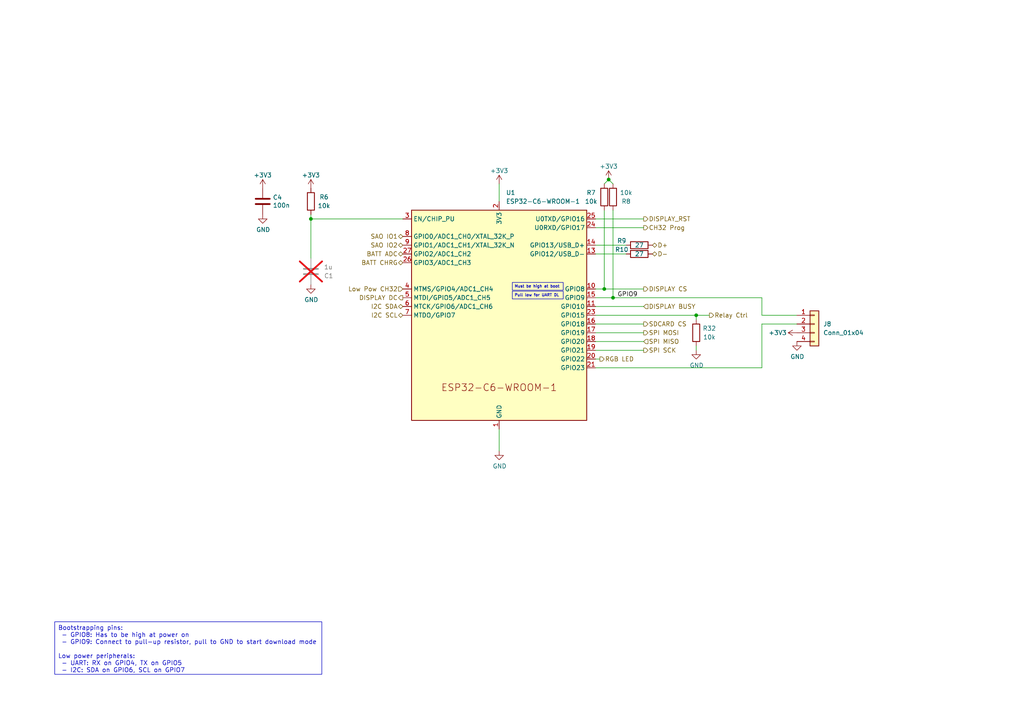
<source format=kicad_sch>
(kicad_sch (version 20231120) (generator "eeschema") (generator_version "7.99")
  (paper "A4")
  (title_block (title "HackerHotel 2024 badge") (date "2023-08-30") (rev "1") (company "Nicolai Electronics & tilde.industries") (comment 1 "License: CERN Open Hardware Licence Version 2 - Permissive"))
  (lib_symbols
    (symbol "Connector_Generic:Conn_01x04" (pin_names (offset 1.016) hide)
      (property "Reference" "J" (at 0 5.08 0))
      (property "Value" "Conn_01x04" (at 0 -7.62 0))
      (symbol "Conn_01x04_1_1"
        (rectangle (start -1.27 -4.953) (end 0 -5.207) (stroke (width 0.1524)))
        (rectangle (start -1.27 -2.413) (end 0 -2.667) (stroke (width 0.1524)))
        (rectangle (start -1.27 0.127) (end 0 -0.127) (stroke (width 0.1524)))
        (rectangle (start -1.27 2.667) (end 0 2.413) (stroke (width 0.1524)))
        (rectangle (start -1.27 3.81) (end 1.27 -6.35) (stroke (width 0.254)) (fill (type background)))
        (pin passive line (at -5.08 2.54 0) (length 3.81) (name "Pin_1") (number "1"))
        (pin passive line (at -5.08 0 0) (length 3.81) (name "Pin_2") (number "2"))
        (pin passive line (at -5.08 -2.54 0) (length 3.81) (name "Pin_3") (number "3"))
        (pin passive line (at -5.08 -5.08 0) (length 3.81) (name "Pin_4") (number "4"))
      )
    )
    (symbol "symbols2:+3.3V" (power) (pin_names (offset 0))
      (property "Value" "+3.3V" (at 0 3.556 0))
      (symbol "+3.3V_0_1"
        (polyline (pts (xy -0.762 1.27) (xy 0 2.54)))
        (polyline (pts (xy 0 0) (xy 0 2.54)))
        (polyline (pts (xy 0 2.54) (xy 0.762 1.27)))
      )
      (symbol "+3.3V_1_1"
        (pin power_in line (at 0 0 90) (length 0) hide (name "+3.3V") (number "1"))
      )
    )
    (symbol "symbols2:GND" (power) (pin_names (offset 0))
      (property "Value" "GND" (at 0 -3.81 0))
      (symbol "GND_0_1"
        (polyline (pts (xy 0 0) (xy 0 -1.27) (xy 1.27 -1.27) (xy 0 -2.54) (xy -1.27 -1.27) (xy 0 -1.27)))
      )
      (symbol "GND_1_1"
        (pin power_in line (at 0 0 270) (length 0) hide (name "GND") (number "1"))
      )
    )
    (symbol "symbols:C" (pin_numbers hide) (pin_names (offset 0.254))
      (property "Reference" "C" (at 0.635 2.54 0))
      (property "Value" "C" (at 0.635 -2.54 0))
      (symbol "C_0_1"
        (polyline (pts (xy -2.032 -0.762) (xy 2.032 -0.762)) (stroke (width 0.508)))
        (polyline (pts (xy -2.032 0.762) (xy 2.032 0.762)) (stroke (width 0.508)))
      )
      (symbol "C_1_1"
        (pin passive line (at 0 3.81 270) (length 2.794) (name "~") (number "1"))
        (pin passive line (at 0 -3.81 90) (length 2.794) (name "~") (number "2"))
      )
    )
    (symbol "symbols:ESP32-C6-WROOM-1"
      (property "Reference" "U" (at -25.4 35.56 0))
      (property "Value" "ESP32-C6-WROOM-1" (at -25.4 33.02 0))
      (symbol "ESP32-C6-WROOM-1_0_0"
        (text "ESP32-C6-WROOM-1" (at 0 -20.955 0) (effects (font (size 2 2))))
      )
      (symbol "ESP32-C6-WROOM-1_0_1"
        (rectangle (start -25.4 30.48) (end 25.4 -30.48) (stroke (width 0.254)) (fill (type background)))
      )
      (symbol "ESP32-C6-WROOM-1_1_1"
        (pin power_in line (at 0 -33.02 90) (length 2.54) (name "GND") (number "1"))
        (pin bidirectional line (at 27.94 7.62 180) (length 2.54) (name "GPIO8") (number "10"))
        (pin bidirectional line (at 27.94 2.54 180) (length 2.54) (name "GPIO10") (number "11"))
        (pin bidirectional line (at 0 -33.02 90) (length 2.54) hide (name "GPIO11") (number "12"))
        (pin bidirectional line (at 27.94 17.78 180) (length 2.54) (name "GPIO12/USB_D-") (number "13"))
        (pin bidirectional line (at 27.94 20.32 180) (length 2.54) (name "GPIO13/USB_D+") (number "14"))
        (pin bidirectional line (at 27.94 5.08 180) (length 2.54) (name "GPIO9") (number "15"))
        (pin bidirectional line (at 27.94 -2.54 180) (length 2.54) (name "GPIO18") (number "16"))
        (pin bidirectional line (at 27.94 -5.08 180) (length 2.54) (name "GPIO19") (number "17"))
        (pin bidirectional line (at 27.94 -7.62 180) (length 2.54) (name "GPIO20") (number "18"))
        (pin bidirectional line (at 27.94 -10.16 180) (length 2.54) (name "GPIO21") (number "19"))
        (pin power_in line (at 0 33.02 270) (length 2.54) (name "3V3") (number "2"))
        (pin bidirectional line (at 27.94 -12.7 180) (length 2.54) (name "GPIO22") (number "20"))
        (pin bidirectional line (at 27.94 -15.24 180) (length 2.54) (name "GPIO23") (number "21"))
        (pin no_connect line (at -25.4 -12.7 0) (length 2.54) hide (name "NC") (number "22"))
        (pin bidirectional line (at 27.94 0 180) (length 2.54) (name "GPIO15") (number "23"))
        (pin bidirectional line (at 27.94 25.4 180) (length 2.54) (name "U0RXD/GPIO17") (number "24"))
        (pin bidirectional line (at 27.94 27.94 180) (length 2.54) (name "U0TXD/GPIO16") (number "25"))
        (pin bidirectional line (at -27.94 15.24 0) (length 2.54) (name "GPIO3/ADC1_CH3") (number "26"))
        (pin bidirectional line (at -27.94 17.78 0) (length 2.54) (name "GPIO2/ADC1_CH2") (number "27"))
        (pin passive line (at 0 -33.02 90) (length 2.54) hide (name "GND") (number "28"))
        (pin passive line (at 0 -33.02 90) (length 2.54) hide (name "GND") (number "29"))
        (pin input line (at -27.94 27.94 0) (length 2.54) (name "EN/CHIP_PU") (number "3"))
        (pin bidirectional line (at -27.94 7.62 0) (length 2.54) (name "MTMS/GPIO4/ADC1_CH4") (number "4"))
        (pin bidirectional line (at -27.94 5.08 0) (length 2.54) (name "MTDI/GPIO5/ADC1_CH5") (number "5"))
        (pin bidirectional line (at -27.94 2.54 0) (length 2.54) (name "MTCK/GPIO6/ADC1_CH6") (number "6"))
        (pin bidirectional line (at -27.94 0 0) (length 2.54) (name "MTDO/GPIO7") (number "7"))
        (pin bidirectional line (at -27.94 22.86 0) (length 2.54) (name "GPIO0/ADC1_CH0/XTAL_32K_P") (number "8"))
        (pin bidirectional line (at -27.94 20.32 0) (length 2.54) (name "GPIO1/ADC1_CH1/XTAL_32K_N") (number "9"))
      )
    )
    (symbol "symbols:R" (pin_numbers hide) (pin_names (offset 0))
      (property "Reference" "R" (at 2.032 0 90))
      (property "Value" "R" (at 0 0 90))
      (symbol "R_0_1"
        (rectangle (start -1.016 -2.54) (end 1.016 2.54) (stroke (width 0.254)))
      )
      (symbol "R_1_1"
        (pin passive line (at 0 3.81 270) (length 1.27) (name "~") (number "1"))
        (pin passive line (at 0 -3.81 90) (length 1.27) (name "~") (number "2"))
      )
    )
  )
  (junction (at 201.93 91.44))
  (junction (at 177.8 86.36))
  (junction (at 90.17 63.5))
  (junction (at 175.26 83.82))
  (junction (at 176.53 52.07))
  (wire (pts (xy 220.98 93.98) (xy 231.14 93.98)))
  (wire (pts (xy 173.99 104.14) (xy 172.72 104.14)))
  (wire (pts (xy 172.72 66.04) (xy 186.69 66.04)))
  (wire (pts (xy 201.93 91.44) (xy 205.74 91.44)))
  (wire (pts (xy 220.98 93.98) (xy 220.98 106.68)))
  (wire (pts (xy 172.72 86.36) (xy 177.8 86.36)))
  (wire (pts (xy 90.17 63.5) (xy 116.84 63.5)))
  (wire (pts (xy 172.72 83.82) (xy 175.26 83.82)))
  (wire (pts (xy 177.8 86.36) (xy 220.98 86.36)))
  (wire (pts (xy 172.72 88.9) (xy 186.69 88.9)))
  (wire (pts (xy 90.17 63.5) (xy 90.17 74.93)))
  (wire (pts (xy 201.93 101.6) (xy 201.93 100.33)))
  (wire (pts (xy 172.72 106.68) (xy 220.98 106.68)))
  (wire (pts (xy 201.93 92.71) (xy 201.93 91.44)))
  (wire (pts (xy 177.8 60.96) (xy 177.8 86.36)))
  (wire (pts (xy 172.72 71.12) (xy 181.61 71.12)))
  (wire (pts (xy 172.72 63.5) (xy 186.69 63.5)))
  (wire (pts (xy 172.72 96.52) (xy 186.69 96.52)))
  (wire (pts (xy 172.72 99.06) (xy 186.69 99.06)))
  (wire (pts (xy 175.26 83.82) (xy 186.69 83.82)))
  (wire (pts (xy 177.8 53.34) (xy 176.53 52.07)))
  (wire (pts (xy 144.78 53.34) (xy 144.78 58.42)))
  (wire (pts (xy 172.72 91.44) (xy 201.93 91.44)))
  (wire (pts (xy 176.53 52.07) (xy 175.26 53.34)))
  (wire (pts (xy 90.17 62.23) (xy 90.17 63.5)))
  (wire (pts (xy 172.72 101.6) (xy 186.69 101.6)))
  (wire (pts (xy 172.72 73.66) (xy 181.61 73.66)))
  (wire (pts (xy 172.72 93.98) (xy 186.69 93.98)))
  (wire (pts (xy 220.98 91.44) (xy 231.14 91.44)))
  (wire (pts (xy 220.98 91.44) (xy 220.98 86.36)))
  (wire (pts (xy 144.78 124.46) (xy 144.78 130.81)))
  (wire (pts (xy 175.26 60.96) (xy 175.26 83.82)))
  (text_box "Must be high at boot" (at 148.59 81.915 0) (size 14.7667 2.25) (effects (font (size 0.8 0.8)) (justify left top)))
  (text_box "Pull low for UART DL" (at 148.59 84.455 0) (size 14.7667 2.25) (effects (font (size 0.8 0.8)) (justify left top)))
  (text_box "Bootstrapping pins:\n - GPIO8: Has to be high at power on\n - GPIO9: Connect to pull-up resistor, pull to GND to start download mode\n\nLow power peripherals:\n - UART: RX on GPIO4, TX on GPIO5\n - I2C: SDA on GPIO6, SCL on GPIO7" (at 15.875 180.34 0) (size 77.47 15.24) (effects (font (size 1.27 1.27)) (justify left top)))
  (label "GPIO9" (at 179.07 86.36 0))
  (hierarchical_label "SAO IO2" (shape bidirectional) (at 116.84 71.12 180))
  (hierarchical_label "SPI MISO" (shape input) (at 186.69 99.06 0))
  (hierarchical_label "SPI MOSI" (shape output) (at 186.69 96.52 0))
  (hierarchical_label "SDCARD CS" (shape output) (at 186.69 93.98 0))
  (hierarchical_label "DISPLAY_RST" (shape output) (at 186.69 63.5 0))
  (hierarchical_label "SAO IO1" (shape bidirectional) (at 116.84 68.58 180))
  (hierarchical_label "I2C SCL" (shape bidirectional) (at 116.84 91.44 180))
  (hierarchical_label "D-" (shape bidirectional) (at 189.23 73.66 0))
  (hierarchical_label "BATT CHRG" (shape bidirectional) (at 116.84 76.2 180))
  (hierarchical_label "Low Pow CH32" (shape input) (at 116.84 83.82 180))
  (hierarchical_label "DISPLAY CS" (shape output) (at 186.69 83.82 0))
  (hierarchical_label "BATT ADC" (shape bidirectional) (at 116.84 73.66 180))
  (hierarchical_label "CH32 Prog" (shape output) (at 186.69 66.04 0))
  (hierarchical_label "RGB LED" (shape output) (at 173.99 104.14 0))
  (hierarchical_label "SPI SCK" (shape output) (at 186.69 101.6 0))
  (hierarchical_label "DISPLAY BUSY" (shape input) (at 186.69 88.9 0))
  (hierarchical_label "I2C SDA" (shape bidirectional) (at 116.84 88.9 180))
  (hierarchical_label "DISPLAY DC" (shape output) (at 116.84 86.36 180))
  (hierarchical_label "D+" (shape bidirectional) (at 189.23 71.12 0))
  (hierarchical_label "Relay Ctrl" (shape output) (at 205.74 91.44 0))
  (symbol (lib_id "symbols2:GND") (at 231.14 99.06 0) (unit 1)
    (property "Reference" "#PWR023" (effects (hide yes)))
    (property "Value" "GND" (at 231.267 103.4542 0))
    (property "Description" "Power symbol creates a global label with name \"GND\" , ground" (effects (hide yes)))
  )
  (symbol (lib_id "symbols:R") (at 177.8 57.15 0) (mirror y) (unit 1)
    (property "Reference" "R8" (at 181.61 58.42 0))
    (property "Value" "10k" (at 181.61 55.88 0))
    (property "Footprint" "Resistor_SMD:R_0805_2012Metric" (effects (hide yes)))
    (property "Datasheet" "https://datasheet.lcsc.com/lcsc/2208231730_VO-SCR0805J10K_C5140188.pdf" (effects (hide yes)))
    (property "LCSC" "C5140188" (effects (hide yes)))
    (property "Link" "https://www.lcsc.com/product-detail/Chip-span-style-background-color-ff0-Resistor-span-Surface-Mount_VO-SCR0805J10K_C5140188.html" (effects (hide yes)))
  )
  (symbol (lib_id "symbols:R") (at 90.17 58.42 180) (unit 1)
    (property "Reference" "R6" (at 93.98 57.15 0))
    (property "Value" "10k" (at 93.98 59.69 0))
    (property "Footprint" "Resistor_SMD:R_0805_2012Metric" (effects (hide yes)))
    (property "Datasheet" "https://datasheet.lcsc.com/lcsc/2208231730_VO-SCR0805J10K_C5140188.pdf" (effects (hide yes)))
    (property "LCSC" "C5140188" (effects (hide yes)))
    (property "Link" "https://www.lcsc.com/product-detail/Chip-span-style-background-color-ff0-Resistor-span-Surface-Mount_VO-SCR0805J10K_C5140188.html" (effects (hide yes)))
  )
  (symbol (lib_id "symbols:C") (at 76.2 58.42 0) (unit 1)
    (property "Reference" "C4" (at 79.121 57.2516 0) (effects (justify left)))
    (property "Value" "100n" (at 79.121 59.563 0) (effects (justify left)))
    (property "Footprint" "Capacitor_SMD:C_0805_2012Metric" (effects (hide yes)))
    (property "Datasheet" "https://datasheet.lcsc.com/lcsc/1912300933_TORCH-C0805B104K500NT_C476766.pdf" (effects (hide yes)))
    (property "LCSC" "C476766" (effects (hide yes)))
    (property "Link" "https://www.lcsc.com/product-detail/Multilayer-Ceramic-Capacitors-MLCC-SMD-SMT_TORCH-C0805B104K500NT_C476766.html" (effects (hide yes)))
  )
  (symbol (lib_id "symbols2:+3.3V") (at 90.17 54.61 0) (unit 1)
    (property "Reference" "#PWR021" (effects (hide yes)))
    (property "Value" "+3V3" (at 90.17 50.8 0))
    (property "Description" "Power symbol creates a global label with name \"+3.3V\"" (effects (hide yes)))
  )
  (symbol (lib_id "symbols2:GND") (at 201.93 101.6 0) (unit 1)
    (property "Reference" "#PWR05" (effects (hide yes)))
    (property "Value" "GND" (at 202.057 105.9942 0))
    (property "Description" "Power symbol creates a global label with name \"GND\" , ground" (effects (hide yes)))
  )
  (symbol (lib_id "symbols2:+3.3V") (at 231.14 96.52 90) (unit 1)
    (property "Reference" "#PWR024" (effects (hide yes)))
    (property "Value" "+3V3" (at 225.552 96.52 90))
    (property "Description" "Power symbol creates a global label with name \"+3.3V\"" (effects (hide yes)))
  )
  (symbol (lib_id "symbols2:GND") (at 144.78 130.81 0) (unit 1)
    (property "Reference" "#PWR028" (effects (hide yes)))
    (property "Value" "GND" (at 144.907 135.2042 0))
    (property "Description" "Power symbol creates a global label with name \"GND\" , ground" (effects (hide yes)))
  )
  (symbol (lib_id "symbols:R") (at 201.93 96.52 180) (unit 1)
    (property "Reference" "R32" (at 205.74 95.25 0))
    (property "Value" "10k" (at 205.74 97.79 0))
    (property "Footprint" "Resistor_SMD:R_0805_2012Metric" (effects (hide yes)))
    (property "Datasheet" "https://datasheet.lcsc.com/lcsc/2208231730_VO-SCR0805J10K_C5140188.pdf" (effects (hide yes)))
    (property "LCSC" "C5140188" (effects (hide yes)))
    (property "Link" "https://www.lcsc.com/product-detail/Chip-span-style-background-color-ff0-Resistor-span-Surface-Mount_VO-SCR0805J10K_C5140188.html" (effects (hide yes)))
  )
  (symbol (lib_id "Connector_Generic:Conn_01x04") (at 236.22 93.98 0) (unit 1)
    (property "Reference" "J8" (at 238.76 93.9799 0) (effects (justify left)))
    (property "Value" "Conn_01x04" (at 238.76 96.5199 0) (effects (justify left)))
    (property "Footprint" "Connector_PinHeader_2.54mm:PinHeader_1x04_P2.54mm_Vertical" (effects (hide yes)))
    (property "Description" "Generic connector, single row, 01x04, script generated (kicad-library-utils/schlib/autogen/connector/)" (effects (hide yes)))
  )
  (symbol (lib_id "symbols2:+3.3V") (at 176.53 52.07 0) (unit 1)
    (property "Reference" "#PWR029" (effects (hide yes)))
    (property "Value" "+3V3" (at 176.53 48.26 0))
    (property "Description" "Power symbol creates a global label with name \"+3.3V\"" (effects (hide yes)))
  )
  (symbol (lib_id "symbols:C") (at 90.17 78.74 0) (mirror y) (unit 1) (dnp yes)
    (property "Reference" "C1" (at 93.98 80.01 0) (effects (justify right)))
    (property "Value" "1u" (at 96.52 77.47 0) (effects (justify left)))
    (property "Footprint" "Capacitor_SMD:C_0805_2012Metric" (effects (hide yes)))
    (property "Datasheet" "https://datasheet.lcsc.com/lcsc/2304140030_CCTC-TCC0805X7R105M500FT_C376929.pdf" (effects (hide yes)))
    (property "LCSC" "C376929" (effects (hide yes)))
    (property "Link" "https://www.lcsc.com/product-detail/Multilayer-Ceramic-Capacitors-MLCC-SMD-SMT_CCTC-TCC0805X7R105M500FT_C376929.html" (effects (hide yes)))
  )
  (symbol (lib_id "symbols2:+3.3V") (at 144.78 53.34 0) (unit 1)
    (property "Reference" "#PWR027" (effects (hide yes)))
    (property "Value" "+3V3" (at 144.78 49.53 0))
    (property "Description" "Power symbol creates a global label with name \"+3.3V\"" (effects (hide yes)))
  )
  (symbol (lib_id "symbols:R") (at 175.26 57.15 0) (mirror x) (unit 1)
    (property "Reference" "R7" (at 171.45 55.88 0))
    (property "Value" "10k" (at 171.45 58.42 0))
    (property "Footprint" "Resistor_SMD:R_0805_2012Metric" (effects (hide yes)))
    (property "Datasheet" "https://datasheet.lcsc.com/lcsc/2208231730_VO-SCR0805J10K_C5140188.pdf" (effects (hide yes)))
    (property "LCSC" "C5140188" (effects (hide yes)))
    (property "Link" "https://www.lcsc.com/product-detail/Chip-span-style-background-color-ff0-Resistor-span-Surface-Mount_VO-SCR0805J10K_C5140188.html" (effects (hide yes)))
  )
  (symbol (lib_id "symbols2:GND") (at 90.17 82.55 0) (unit 1)
    (property "Reference" "#PWR022" (effects (hide yes)))
    (property "Value" "GND" (at 90.297 86.9442 0))
    (property "Description" "Power symbol creates a global label with name \"GND\" , ground" (effects (hide yes)))
  )
  (symbol (lib_id "symbols2:GND") (at 76.2 62.23 0) (unit 1)
    (property "Reference" "#PWR026" (effects (hide yes)))
    (property "Value" "GND" (at 76.327 66.6242 0))
    (property "Description" "Power symbol creates a global label with name \"GND\" , ground" (effects (hide yes)))
  )
  (symbol (lib_id "symbols2:+3.3V") (at 76.2 54.61 0) (unit 1)
    (property "Reference" "#PWR025" (effects (hide yes)))
    (property "Value" "+3V3" (at 76.2 50.8 0))
    (property "Description" "Power symbol creates a global label with name \"+3.3V\"" (effects (hide yes)))
  )
  (symbol (lib_id "symbols:R") (at 185.42 73.66 270) (mirror x) (unit 1)
    (property "Reference" "R10" (at 180.34 72.39 90))
    (property "Value" "27" (at 185.42 73.66 90))
    (property "Footprint" "Resistor_SMD:R_0805_2012Metric" (effects (hide yes)))
    (property "Datasheet" "https://datasheet.lcsc.com/lcsc/2308241947_FOJAN-FRC0805J270-TS_C2907314.pdf" (effects (hide yes)))
    (property "LCSC" "C2907314" (effects (hide yes)))
    (property "Link" "https://www.lcsc.com/product-detail/Chip-span-style-background-color-ff0-Resistor-span-Surface-Mount_FOJAN-FRC0805J270-TS_C2907314.html" (effects (hide yes)))
  )
  (symbol (lib_id "symbols:R") (at 185.42 71.12 270) (unit 1)
    (property "Reference" "R9" (at 180.34 69.85 90))
    (property "Value" "27" (at 185.42 71.12 90))
    (property "Footprint" "Resistor_SMD:R_0805_2012Metric" (effects (hide yes)))
    (property "Datasheet" "https://datasheet.lcsc.com/lcsc/2308241947_FOJAN-FRC0805J270-TS_C2907314.pdf" (effects (hide yes)))
    (property "LCSC" "C2907314" (effects (hide yes)))
    (property "Link" "https://www.lcsc.com/product-detail/Chip-span-style-background-color-ff0-Resistor-span-Surface-Mount_FOJAN-FRC0805J270-TS_C2907314.html" (effects (hide yes)))
  )
  (symbol (lib_id "symbols:ESP32-C6-WROOM-1") (at 144.78 91.44 0) (unit 1)
    (property "Reference" "U1" (at 146.7359 55.88 0) (effects (justify left)))
    (property "Value" "ESP32-C6-WROOM-1" (at 146.7359 58.42 0) (effects (justify left)))
    (property "Footprint" "hh24:ESP32-C6-WROOM-1" (effects (hide yes)))
    (property "Datasheet" "https://www.espressif.com/sites/default/files/documentation/esp32-c6-wroom-1_datasheet_en.pdf" (effects (hide yes)))
    (property "LCSC" "-" (effects (hide yes)))
    (property "Link" "https://www.espressif.com/en/products/socs/esp32-c6" (effects (hide yes)))
  )
)
</source>
